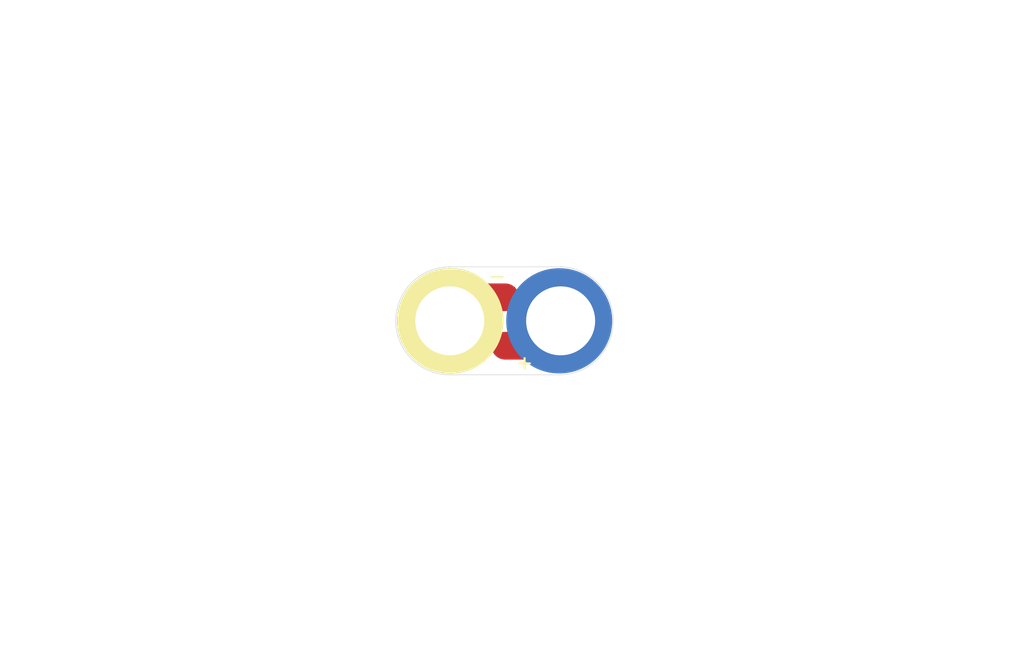
<source format=kicad_pcb>
(kicad_pcb (version 4) (host pcbnew 4.0.5-e0-6337~49~ubuntu16.04.1)

  (general
    (links 2)
    (no_connects 2)
    (area 0 0 0 0)
    (thickness 1.6)
    (drawings 17)
    (tracks 0)
    (zones 0)
    (modules 1)
    (nets 3)
  )

  (page USLetter)
  (title_block
    (title "1x2 LED 1206 SMT Module")
    (date "31 Jan 2017")
    (rev 1.0)
    (company "All rights reserved.")
    (comment 1 help@browndoggadgets.com)
    (comment 2 http://browndoggadgets.com/)
    (comment 3 "Brown Dog Gadgets")
  )

  (layers
    (0 F.Cu signal)
    (31 B.Cu signal)
    (34 B.Paste user)
    (35 F.Paste user)
    (36 B.SilkS user)
    (37 F.SilkS user)
    (38 B.Mask user)
    (39 F.Mask user)
    (44 Edge.Cuts user)
    (46 B.CrtYd user)
    (47 F.CrtYd user)
    (48 B.Fab user)
    (49 F.Fab user)
  )

  (setup
    (last_trace_width 0.254)
    (user_trace_width 0.1524)
    (user_trace_width 0.254)
    (user_trace_width 0.3302)
    (user_trace_width 0.508)
    (user_trace_width 0.762)
    (user_trace_width 1.27)
    (trace_clearance 0.254)
    (zone_clearance 0.508)
    (zone_45_only no)
    (trace_min 0.1524)
    (segment_width 0.1524)
    (edge_width 0.1524)
    (via_size 0.6858)
    (via_drill 0.3302)
    (via_min_size 0.6858)
    (via_min_drill 0.3302)
    (user_via 0.6858 0.3302)
    (user_via 0.762 0.4064)
    (user_via 0.8636 0.508)
    (uvia_size 0.6858)
    (uvia_drill 0.3302)
    (uvias_allowed no)
    (uvia_min_size 0)
    (uvia_min_drill 0)
    (pcb_text_width 0.1524)
    (pcb_text_size 1.016 1.016)
    (mod_edge_width 0.1524)
    (mod_text_size 1.016 1.016)
    (mod_text_width 0.1524)
    (pad_size 1.524 1.524)
    (pad_drill 0.762)
    (pad_to_mask_clearance 0.0762)
    (solder_mask_min_width 0.1016)
    (pad_to_paste_clearance -0.0762)
    (aux_axis_origin 0 0)
    (visible_elements FFFEDF7D)
    (pcbplotparams
      (layerselection 0x310fc_80000001)
      (usegerberextensions true)
      (excludeedgelayer true)
      (linewidth 0.100000)
      (plotframeref false)
      (viasonmask false)
      (mode 1)
      (useauxorigin false)
      (hpglpennumber 1)
      (hpglpenspeed 20)
      (hpglpendiameter 15)
      (hpglpenoverlay 2)
      (psnegative false)
      (psa4output false)
      (plotreference true)
      (plotvalue true)
      (plotinvisibletext false)
      (padsonsilk false)
      (subtractmaskfromsilk false)
      (outputformat 1)
      (mirror false)
      (drillshape 0)
      (scaleselection 1)
      (outputdirectory gerbers))
  )

  (net 0 "")
  (net 1 GND)
  (net 2 VCC)

  (net_class Default "This is the default net class."
    (clearance 0.254)
    (trace_width 0.254)
    (via_dia 0.6858)
    (via_drill 0.3302)
    (uvia_dia 0.6858)
    (uvia_drill 0.3302)
    (add_net GND)
    (add_net VCC)
  )

  (module Crazy_Circuits:LED-SMT-1206-1x2-UNLIMITED (layer F.Cu) (tedit 5890DE56) (tstamp 5890EAE1)
    (at 137.04 98.03)
    (descr "1206 surface mount centered 1x2")
    (path /5890E035)
    (fp_text reference LED1 (at 4.6 -3) (layer B.SilkS) hide
      (effects (font (size 1 1) (thickness 0.15)) (justify mirror))
    )
    (fp_text value GREEN (at 4 5) (layer F.Fab) hide
      (effects (font (size 1 1) (thickness 0.15)))
    )
    (fp_text user - (at 4 -2.4) (layer F.Fab)
      (effects (font (size 1 1) (thickness 0.15)))
    )
    (fp_text user + (at 4 2.3) (layer F.Fab)
      (effects (font (size 1 1) (thickness 0.15)))
    )
    (fp_line (start 3 -3) (end 3 3) (layer F.Fab) (width 0.0464))
    (fp_line (start 5 -3) (end 3 -3) (layer F.Fab) (width 0.0464))
    (fp_line (start 5 3) (end 5 -3) (layer F.Fab) (width 0.0464))
    (fp_line (start 3 3) (end 5 3) (layer F.Fab) (width 0.0464))
    (fp_line (start 0 0) (end 0.0762 0) (layer F.SilkS) (width 7.6))
    (fp_line (start 4 -1.7) (end -0.2 -1.7) (layer F.Cu) (width 2))
    (fp_text user + (at 5.4 3) (layer F.SilkS)
      (effects (font (size 1 1) (thickness 0.15)))
    )
    (fp_text user "" (at 4 0 90) (layer B.SilkS)
      (effects (font (size 1 1) (thickness 0.15)) (justify mirror))
    )
    (fp_text user - (at 3.4036 -3.2258) (layer F.SilkS)
      (effects (font (size 1 1) (thickness 0.15)))
    )
    (fp_line (start 8.2 1.8) (end 4 1.8) (layer F.Cu) (width 2))
    (fp_text user %R (at 4 0 90) (layer F.Fab)
      (effects (font (size 1 1) (thickness 0.15)))
    )
    (fp_line (start 8.1 -3.9) (end -0.1 -3.9) (layer Edge.Cuts) (width 0.04064))
    (fp_arc (start 7.9 0) (end 8 -3.9) (angle 178) (layer Edge.Cuts) (width 0.04064))
    (fp_arc (start 0 0) (end 0.1 3.9) (angle 181.4688007) (layer Edge.Cuts) (width 0.04064))
    (fp_line (start 8 3.9) (end 0.1 3.9) (layer Edge.Cuts) (width 0.04064))
    (fp_line (start 8.1 -3.9) (end -0.1 -3.9) (layer F.Fab) (width 0.04064))
    (fp_arc (start 7.9 0) (end 8 -3.9) (angle 178) (layer F.Fab) (width 0.04064))
    (fp_arc (start 0 0) (end 0.1 3.9) (angle 181.4688007) (layer F.Fab) (width 0.04064))
    (fp_line (start 8 3.9) (end 0.1 3.9) (layer F.Fab) (width 0.04064))
    (fp_line (start 0.0254 0) (end 0.0762 0) (layer B.Mask) (width 7.6))
    (fp_line (start 7.874 0) (end 7.9248 0) (layer B.Mask) (width 7.6))
    (fp_line (start 7.874 0) (end 7.9248 0) (layer B.Cu) (width 7.6))
    (fp_line (start 0 0) (end 0.0508 0) (layer B.Cu) (width 7.6))
    (pad - smd rect (at 4 -1.71) (size 1.4 1.5) (layers F.Cu F.Paste F.Mask)
      (net 1 GND))
    (pad - thru_hole circle (at 0 0) (size 6 6) (drill 4.98) (layers *.Cu *.Mask)
      (net 1 GND))
    (pad + thru_hole circle (at 8 0) (size 6 6) (drill 4.98) (layers *.Cu *.Mask)
      (net 2 VCC))
    (pad + smd rect (at 4 1.71) (size 1.4 1.4) (layers F.Cu F.Paste F.Mask)
      (net 2 VCC))
  )

  (gr_circle (center 117.348 76.962) (end 118.618 76.962) (layer Dwgs.User) (width 0.15))
  (gr_line (start 114.427 78.994) (end 114.427 74.93) (angle 90) (layer Dwgs.User) (width 0.15))
  (gr_line (start 120.269 78.994) (end 114.427 78.994) (angle 90) (layer Dwgs.User) (width 0.15))
  (gr_line (start 120.269 74.93) (end 120.269 78.994) (angle 90) (layer Dwgs.User) (width 0.15))
  (gr_line (start 114.427 74.93) (end 120.269 74.93) (angle 90) (layer Dwgs.User) (width 0.15))
  (gr_line (start 120.523 93.98) (end 104.648 93.98) (angle 90) (layer Dwgs.User) (width 0.15))
  (gr_line (start 173.355 102.235) (end 173.355 94.615) (angle 90) (layer Dwgs.User) (width 0.15))
  (gr_line (start 178.435 102.235) (end 173.355 102.235) (angle 90) (layer Dwgs.User) (width 0.15))
  (gr_line (start 178.435 94.615) (end 178.435 102.235) (angle 90) (layer Dwgs.User) (width 0.15))
  (gr_line (start 173.355 94.615) (end 178.435 94.615) (angle 90) (layer Dwgs.User) (width 0.15))
  (gr_line (start 109.093 123.19) (end 109.093 114.3) (angle 90) (layer Dwgs.User) (width 0.15))
  (gr_line (start 122.428 123.19) (end 109.093 123.19) (angle 90) (layer Dwgs.User) (width 0.15))
  (gr_line (start 122.428 114.3) (end 122.428 123.19) (angle 90) (layer Dwgs.User) (width 0.15))
  (gr_line (start 109.093 114.3) (end 122.428 114.3) (angle 90) (layer Dwgs.User) (width 0.15))
  (gr_line (start 104.648 93.98) (end 104.648 82.55) (angle 90) (layer Dwgs.User) (width 0.15))
  (gr_line (start 120.523 82.55) (end 120.523 93.98) (angle 90) (layer Dwgs.User) (width 0.15))
  (gr_line (start 104.648 82.55) (end 120.523 82.55) (angle 90) (layer Dwgs.User) (width 0.15))

)

</source>
